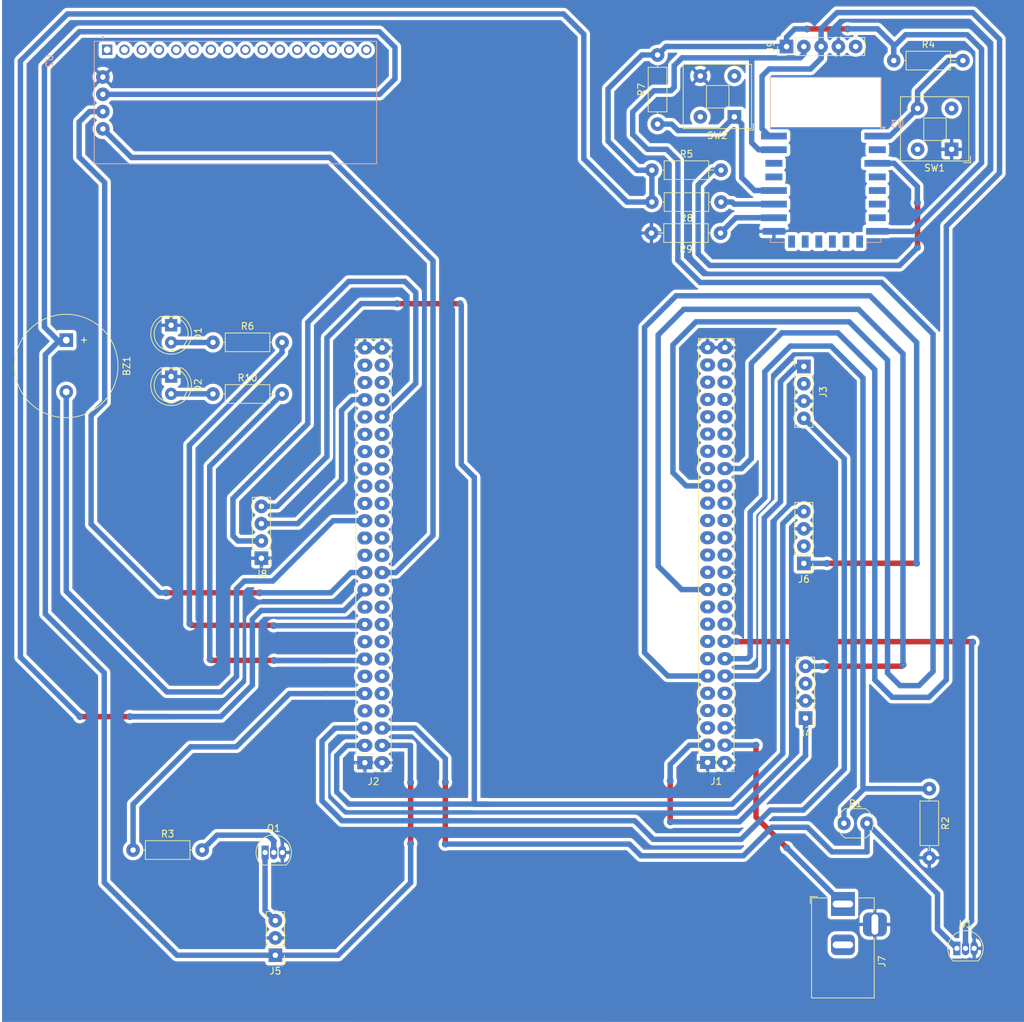
<source format=kicad_pcb>
(kicad_pcb (version 20240108) (generator "pcbnew") (generator_version "8.0")
  (layers (0 "F.Cu" signal) (31 "B.Cu" signal) (34 "B.Paste" user) (35 "F.Paste" user) (36 "B.SilkS" user "B.Silkscreen") (37 "F.SilkS" user "F.Silkscreen") (38 "B.Mask" user) (39 "F.Mask" user) (44 "Edge.Cuts" user))
  (net 0 "")
  (net 1 "Buzz_in")
  (net 2 "Power_N")
  (net 3 "Net-(D1-A)")
  (net 4 "Net-(D2-A)")
  (net 5 "temp_out")
  (net 6 "Vib_A0")
  (net 7 "Rain_A0")
  (net 8 "Vib_vcc")
  (net 9 "Power_P")
  (net 10 "Rain_3v")
  (net 11 "Temp_3V")
  (net 12 "GPS_5v")
  (net 13 "led_1")
  (net 14 "lcd_SCL")
  (net 15 "lcd_SDA")
  (net 17 "MQ3_A0")
  (net 18 "Re_STT")
  (net 20 "led_2")
  (net 22 "GPS_Rx")
  (net 25 "GPS_Tx")
  (net 26 "ldr_vout")
  (net 27 "esp_tx")
  (net 30 "Relay_in")
  (net 44 "esp_rx")
  (net 45 "Relay_vcc")
  (net 66 "Net-(Q1-B)")
  (net 72 "Net-(SW1-A)")
  (net 87 "Net-(U3-EN)")
  (net 90 "Net-(U3-GPIO2)")
  (net 95 "Net-(U3-GPIO15)")
  (net 98 "esp_5v")
  (net 121 "Net-(U3-GPIO0)")
  (footprint "Resistor_THT:R_Axial_DIN0207_L6.3mm_D2.5mm_P10.16mm_Horizontal" (layer "F.Cu") (at 53.8 76.05)
    (property "Reference" "R6")
    (property "Value" "R")
  )
  (footprint "Connector_PinHeader_2.54mm:PinHeader_1x04_P2.54mm_Vertical" (layer "F.Cu") (at 140.639363 108.537654 180)
    (property "Reference" "J6")
    (property "Value" "MQ-3")
  )
  (footprint "Button_Switch_THT:SW_Push_2P1T_Toggle_CK_PVA1xxH4xxxxxxV2" (layer "F.Cu") (at 130.429363 42.907654 180)
    (property "Reference" "SW2")
    (property "Value" "SW_MEC_5E")
  )
  (footprint "Resistor_THT:R_Axial_DIN0207_L6.3mm_D2.5mm_P10.16mm_Horizontal" (layer "F.Cu") (at 42.059363 150.667654)
    (property "Reference" "R3")
    (property "Value" "R")
  )
  (footprint "Resistor_THT:R_Axial_DIN0207_L6.3mm_D2.5mm_P10.16mm_Horizontal" (layer "F.Cu") (at 118.309363 50.747654)
    (property "Reference" "R5")
    (property "Value" "R")
  )
  (footprint "Connector_PinSocket_2.54mm:PinSocket_2x25_P2.54mm_Vertical" (layer "F.Cu") (at 126.499363 137.787654 180)
    (property "Reference" "J1")
    (property "Value" "Conn_02x25_Odd_Even")
  )
  (footprint "Connector_PinSocket_2.54mm:PinSocket_2x25_P2.54mm_Vertical" (layer "F.Cu") (at 76.119363 137.827654 180)
    (property "Reference" "J2")
    (property "Value" "Conn_02x25_Odd_Even")
  )
  (footprint "LED_THT:LED_D5.0mm_Clear" (layer "F.Cu") (at 47.649363 73.53687 -90)
    (property "Reference" "D1")
    (property "Value" "LED")
  )
  (footprint "Resistor_THT:R_Axial_DIN0207_L6.3mm_D2.5mm_P10.16mm_Horizontal" (layer "F.Cu") (at 128.399363 59.987654 180)
    (property "Reference" "R9")
    (property "Value" "R")
  )
  (footprint "Connector_PinHeader_2.54mm:PinHeader_1x04_P2.54mm_Vertical" (layer "F.Cu") (at 60.919363 107.777654 180)
    (property "Reference" "J8")
    (property "Value" "GPS_modole")
  )
  (footprint "Buzzer_Beeper:Buzzer_15x7.5RM7.6" (layer "F.Cu") (at 32.239363 75.72687 -90)
    (property "Reference" "BZ1")
    (property "Value" "Buzzer")
  )
  (footprint "Connector_PinHeader_2.54mm:PinHeader_1x03_P2.54mm_Vertical" (layer "F.Cu") (at 62.969363 166.122654 180)
    (property "Reference" "J5")
    (property "Value" "relay module")
  )
  (footprint "Resistor_THT:R_Axial_DIN0207_L6.3mm_D2.5mm_P10.16mm_Horizontal" (layer "F.Cu") (at 119.139363 43.977654 90)
    (property "Reference" "R7")
    (property "Value" "R")
  )
  (footprint "Resistor_THT:R_Axial_DIN0207_L6.3mm_D2.5mm_P10.16mm_Horizontal" (layer "F.Cu") (at 128.469363 55.432654 180)
    (property "Reference" "R8")
    (property "Value" "R")
  )
  (footprint "Package_TO_SOT_THT:TO-92_Inline" (layer "F.Cu") (at 163.129363 165.117654)
    (property "Reference" "U1")
    (property "Value" "LM35-LP")
  )
  (footprint "Resistor_THT:R_Axial_DIN0207_L6.3mm_D2.5mm_P10.16mm_Horizontal" (layer "F.Cu") (at 53.8 83.64)
    (property "Reference" "R10")
    (property "Value" "R")
  )
  (footprint "Package_TO_SOT_THT:TO-92_Inline" (layer "F.Cu") (at 61.459363 151.027654)
    (property "Reference" "Q1")
    (property "Value" "BC547")
  )
  (footprint "Button_Switch_THT:SW_Push_2P1T_Toggle_CK_PVA1xxH4xxxxxxV2" (layer "F.Cu") (at 162.359363 47.677654 180)
    (property "Reference" "SW1")
    (property "Value" "SW_MEC_5E")
  )
  (footprint "Resistor_THT:R_Axial_DIN0207_L6.3mm_D2.5mm_P10.16mm_Horizontal" (layer "F.Cu") (at 159.079363 141.657654 -90)
    (property "Reference" "R2")
    (property "Value" "R")
  )
  (footprint "LED_THT:LED_D5.0mm_Clear" (layer "F.Cu") (at 47.649363 81.08187 -90)
    (property "Reference" "D2")
    (property "Value" "LED")
  )
  (footprint "Connector_BarrelJack:BarrelJack_Horizontal" (layer "F.Cu") (at 146.381863 158.597654 90)
    (property "Reference" "J7")
    (property "Value" "Barrel_Jack_Switch_Pin3Ring")
  )
  (footprint "OptoDevice:R_LDR_5.1x4.3mm_P3.4mm_Vertical" (layer "F.Cu") (at 146.529363 146.737654)
    (property "Reference" "R1")
    (property "Value" "LDR07")
  )
  (footprint "Connector_PinHeader_2.54mm:PinHeader_1x04_P2.54mm_Vertical" (layer "F.Cu") (at 140.889363 131.277654 180)
    (property "Reference" "J4")
    (property "Value" "Vibration_sensor")
  )
  (footprint "Connector_PinHeader_2.54mm:PinHeader_1x05_P2.54mm_Vertical" (layer "F.Cu") (at 138.099363 32.577654 90)
    (property "Reference" "J9")
    (property "Value" "Conn_01x05_Pin")
  )
  (footprint "Connector_PinHeader_2.54mm:PinHeader_1x04_P2.54mm_Vertical" (layer "F.Cu") (at 140.639363 79.597654)
    (property "Reference" "J3")
    (property "Value" "Rain_Sensor")
  )
  (footprint "Resistor_THT:R_Axial_DIN0207_L6.3mm_D2.5mm_P10.16mm_Horizontal" (layer "F.Cu") (at 153.859363 34.637654)
    (property "Reference" "R4")
    (property "Value" "R")
  )
  (footprint "RF_Module:ESP-12E" (layer "B.Cu") (at 143.839363 49.237654 180)
    (property "Reference" "U3")
    (property "Value" "ESP-12F")
  )
  (footprint "i2c_module:MODULE_CEG003400" (layer "B.Cu") (at 57.084363 40.807654 -90)
    (property "Reference" "U2")
    (property "Value" "CEG003400")
  )
  (gr_rect (start 22.899363 25.837654) (end 172.899363 175.837654) (stroke (width 0.2)) (fill none) (layer "B.Cu") (net 2))
  (segment (start 54.99 127.43) (end 57.26 125.16) (width 0.8) (layer "B.Cu") (net 1))
  (segment (start 57.26 112.29) (end 58.42 111.13) (width 0.8) (layer "B.Cu") (net 1))
  (segment (start 32.239363 112.629363) (end 47.04 127.43) (width 0.8) (layer "B.Cu") (net 1))
  (segment (start 57.26 125.16) (end 57.26 112.29) (width 0.8) (layer "B.Cu") (net 1))
  (segment (start 62.6 111.13) (end 71.462346 102.267654) (width 0.8) (layer "B.Cu") (net 1))
  (segment (start 47.04 127.43) (end 54.99 127.43) (width 0.8) (layer "B.Cu") (net 1))
  (segment (start 32.239363 83.32687) (end 32.239363 112.629363) (width 0.8) (layer "B.Cu") (net 1))
  (segment (start 71.462346 102.267654) (end 76.119363 102.267654) (width 0.8) (layer "B.Cu") (net 1))
  (segment (start 58.42 111.13) (end 62.6 111.13) (width 0.8) (layer "B.Cu") (net 1))
  (segment (start 53.77313 76.07687) (end 53.8 76.05) (width 0.8) (layer "B.Cu") (net 3))
  (segment (start 47.649363 76.07687) (end 53.77313 76.07687) (width 0.8) (layer "B.Cu") (net 3))
  (segment (start 53.78187 83.62187) (end 53.8 83.64) (width 0.8) (layer "B.Cu") (net 4))
  (segment (start 47.649363 83.62187) (end 53.78187 83.62187) (width 0.8) (layer "B.Cu") (net 4))
  (segment (start 165.45 120.12) (end 165.37 120.04) (width 0.8) (layer "F.Cu") (net 5))
  (segment (start 165.37 120.04) (end 130.752346 120.04) (width 0.8) (layer "F.Cu") (net 5))
  (segment (start 130.752346 120.04) (end 130.72 120.007654) (width 0.8) (layer "F.Cu") (net 5))
  (via (at 130.72 120.007654) (size 1) (drill 0.1) (layers "F.Cu" "B.Cu") (net 5))
  (via (at 165.45 120.12) (size 1) (drill 0.1) (layers "F.Cu" "B.Cu") (net 5))
  (segment (start 165.45 120.12) (end 165.29 120.28) (width 0.8) (layer "B.Cu") (net 5))
  (segment (start 164.399363 161.970637) (end 164.399363 165.117654) (width 0.8) (layer "B.Cu") (net 5))
  (segment (start 165.29 120.28) (end 165.29 161.08) (width 0.8) (layer "B.Cu") (net 5))
  (segment (start 130.72 120.007654) (end 129.039363 120.007654) (width 0.8) (layer "B.Cu") (net 5))
  (segment (start 165.29 161.08) (end 164.399363 161.970637) (width 0.8) (layer "B.Cu") (net 5))
  (segment (start 155.01 123.65) (end 143.44 123.65) (width 0.8) (layer "F.Cu") (net 6))
  (segment (start 143.44 123.65) (end 143.41 123.68) (width 0.8) (layer "F.Cu") (net 6))
  (segment (start 155.22 123.44) (end 155.01 123.65) (width 0.8) (layer "F.Cu") (net 6))
  (via (at 155.22 123.44) (size 1) (drill 0.1) (layers "F.Cu" "B.Cu") (net 6))
  (via (at 143.41 123.68) (size 1) (drill 0.1) (layers "F.Cu" "B.Cu") (net 6))
  (segment (start 148.68 71.2) (end 122.99 71.2) (width 0.8) (layer "B.Cu") (net 6))
  (segment (start 119.23 74.96) (end 119.23 108.93) (width 0.8) (layer "B.Cu") (net 6))
  (segment (start 119.23 108.93) (end 122.687654 112.387654) (width 0.8) (layer "B.Cu") (net 6))
  (segment (start 155.21 123.43) (end 155.21 77.73) (width 0.8) (layer "B.Cu") (net 6))
  (segment (start 155.21 77.73) (end 148.68 71.2) (width 0.8) (layer "B.Cu") (net 6))
  (segment (start 140.889363 123.657654) (end 143.352346 123.657654) (width 0.8) (layer "B.Cu") (net 6))
  (segment (start 155.22 123.44) (end 155.21 123.43) (width 0.8) (layer "B.Cu") (net 6))
  (segment (start 122.687654 112.387654) (end 126.499363 112.387654) (width 0.8) (layer "B.Cu") (net 6))
  (segment (start 122.99 71.2) (end 119.23 74.96) (width 0.8) (layer "B.Cu") (net 6))
  (segment (start 137.21 99.47) (end 134.82 101.86) (width 0.8) (layer "B.Cu") (net 7))
  (segment (start 134.82 101.86) (end 134.82 124.07) (width 0.8) (layer "B.Cu") (net 7))
  (segment (start 133.802346 125.087654) (end 129.039363 125.087654) (width 0.8) (layer "B.Cu") (net 7))
  (segment (start 140.639363 79.597654) (end 139.442346 79.597654) (width 0.8) (layer "B.Cu") (net 7))
  (segment (start 139.442346 79.597654) (end 137.21 81.83) (width 0.8) (layer "B.Cu") (net 7))
  (segment (start 134.82 124.07) (end 133.802346 125.087654) (width 0.8) (layer "B.Cu") (net 7))
  (segment (start 137.21 81.83) (end 137.21 99.47) (width 0.8) (layer "B.Cu") (net 7))
  (segment (start 121 146.49) (end 121.03 146.52) (width 0.8) (layer "F.Cu") (net 8))
  (segment (start 121 140.51) (end 121 146.49) (width 0.8) (layer "F.Cu") (net 8))
  (via (at 121.03 146.52) (size 1) (drill 0.1) (layers "F.Cu" "B.Cu") (net 8))
  (via (at 121 140.51) (size 1) (drill 0.1) (layers "F.Cu" "B.Cu") (net 8))
  (segment (start 140.889363 136.800637) (end 131.6 146.09) (width 0.8) (layer "B.Cu") (net 8))
  (segment (start 131.17 146.52) (end 121.03 146.52) (width 0.8) (layer "B.Cu") (net 8))
  (segment (start 121 138.1) (end 121.05 138.05) (width 0.8) (layer "B.Cu") (net 8))
  (segment (start 123.852346 135.247654) (end 126.499363 135.247654) (width 0.8) (layer "B.Cu") (net 8))
  (segment (start 140.889363 131.277654) (end 140.889363 136.800637) (width 0.8) (layer "B.Cu") (net 8))
  (segment (start 121.03 146.52) (end 121.05 146.52) (width 0.8) (layer "B.Cu") (net 8))
  (segment (start 121 140.51) (end 121 138.1) (width 0.8) (layer "B.Cu") (net 8))
  (segment (start 131.6 146.09) (end 131.17 146.52) (width 0.8) (layer "B.Cu") (net 8))
  (segment (start 121 138.1) (end 123.852346 135.247654) (width 0.8) (layer "B.Cu") (net 8))
  (segment (start 133.61 145.825792) (end 133.61 135.25) (width 0.8) (layer "F.Cu") (net 9))
  (segment (start 138.132104 150.347896) (end 133.61 145.825792) (width 0.8) (layer "F.Cu") (net 9))
  (via (at 138.132104 150.347896) (size 1) (drill 0.1) (layers "F.Cu" "B.Cu") (net 9))
  (via (at 133.61 135.25) (size 1) (drill 0.1) (layers "F.Cu" "B.Cu") (net 9))
  (segment (start 130.36 135.25) (end 130.357654 135.247654) (width 0.8) (layer "B.Cu") (net 9))
  (segment (start 130.357654 135.247654) (end 129.039363 135.247654) (width 0.8) (layer "B.Cu") (net 9))
  (segment (start 138.132104 150.347896) (end 138.132105 150.347896) (width 0.8) (layer "B.Cu") (net 9))
  (segment (start 133.61 135.25) (end 130.36 135.25) (width 0.8) (layer "B.Cu") (net 9))
  (segment (start 138.132105 150.347896) (end 146.381863 158.597654) (width 0.8) (layer "B.Cu") (net 9))
  (segment (start 69.83 143.43) (end 69.83 134.66) (width 0.8) (layer "B.Cu") (net 10))
  (segment (start 71.742346 132.747654) (end 76.119363 132.747654) (width 0.8) (layer "B.Cu") (net 10))
  (segment (start 140.57 144.79) (end 135.73 144.79) (width 0.8) (layer "B.Cu") (net 10))
  (segment (start 146.58 93.158291) (end 146.58 138.78) (width 0.8) (layer "B.Cu") (net 10))
  (segment (start 69.83 134.66) (end 71.742346 132.747654) (width 0.8) (layer "B.Cu") (net 10))
  (segment (start 140.639363 87.217654) (end 146.58 93.158291) (width 0.8) (layer "B.Cu") (net 10))
  (segment (start 118.51 149.09) (end 115.78 146.36) (width 0.8) (layer "B.Cu") (net 10))
  (segment (start 131.43 149.09) (end 118.51 149.09) (width 0.8) (layer "B.Cu") (net 10))
  (segment (start 115.78 146.36) (end 72.76 146.36) (width 0.8) (layer "B.Cu") (net 10))
  (segment (start 135.73 144.79) (end 131.43 149.09) (width 0.8) (layer "B.Cu") (net 10))
  (segment (start 72.76 146.36) (end 69.83 143.43) (width 0.8) (layer "B.Cu") (net 10))
  (segment (start 146.58 138.78) (end 140.57 144.79) (width 0.8) (layer "B.Cu") (net 10))
  (segment (start 87.95 149.79) (end 87.95 140.69) (width 0.8) (layer "F.Cu") (net 11))
  (via (at 87.95 140.69) (size 1) (drill 0.1) (layers "F.Cu" "B.Cu") (net 11))
  (via (at 87.95 149.79) (size 1) (drill 0.1) (layers "F.Cu" "B.Cu") (net 11))
  (segment (start 135.94 147.32) (end 141.16 147.32) (width 0.8) (layer "B.Cu") (net 11))
  (segment (start 141.16 147.32) (end 144.78 150.94) (width 0.8) (layer "B.Cu") (net 11))
  (segment (start 116.71 151.51) (end 131.75 151.51) (width 0.8) (layer "B.Cu") (net 11))
  (segment (start 149.929363 146.737654) (end 160.29 157.098291) (width 0.8) (layer "B.Cu") (net 11))
  (segment (start 149.929363 150.94) (end 149.929363 146.737654) (width 0.8) (layer "B.Cu") (net 11))
  (segment (start 131.75 151.51) (end 135.94 147.32) (width 0.8) (layer "B.Cu") (net 11))
  (segment (start 160.29 157.098291) (end 160.29 162.278291) (width 0.8) (layer "B.Cu") (net 11))
  (segment (start 83.477654 132.747654) (end 78.659363 132.747654) (width 0.8) (layer "B.Cu") (net 11))
  (segment (start 144.78 150.94) (end 149.929363 150.94) (width 0.8) (layer "B.Cu") (net 11))
  (segment (start 87.95 140.69) (end 87.95 137.22) (width 0.8) (layer "B.Cu") (net 11))
  (segment (start 87.95 137.22) (end 83.477654 132.747654) (width 0.8) (layer "B.Cu") (net 11))
  (segment (start 160.29 162.278291) (end 163.129363 165.117654) (width 0.8) (layer "B.Cu") (net 11))
  (segment (start 87.95 149.79) (end 114.99 149.79) (width 0.8) (layer "B.Cu") (net 11))
  (segment (start 114.99 149.79) (end 116.71 151.51) (width 0.8) (layer "B.Cu") (net 11))
  (segment (start 90.11 70.37) (end 80.87 70.37) (width 0.8) (layer "F.Cu") (net 12))
  (via (at 80.87 70.37) (size 1) (drill 0.1) (layers "F.Cu" "B.Cu") (net 12))
  (via (at 90.11 70.37) (size 1) (drill 0.1) (layers "F.Cu" "B.Cu") (net 12))
  (segment (start 73.75 143.91) (end 71.99 142.15) (width 0.8) (layer "B.Cu") (net 12))
  (segment (start 137.55 136.48) (end 130.1 143.93) (width 0.8) (layer "B.Cu") (net 12))
  (segment (start 137.55 102.69) (end 137.55 136.48) (width 0.8) (layer "B.Cu") (net 12))
  (segment (start 73.482346 135.287654) (end 76.119363 135.287654) (width 0.8) (layer "B.Cu") (net 12))
  (segment (start 92.21 95.9) (end 92.21 143.93) (width 0.8) (layer "B.Cu") (net 12))
  (segment (start 92.21 143.93) (end 94.2 143.93) (width 0.8) (layer "B.Cu") (net 12))
  (segment (start 71.99 136.78) (end 73.482346 135.287654) (width 0.8) (layer "B.Cu") (net 12))
  (segment (start 94.18 143.91) (end 73.75 143.91) (width 0.8) (layer "B.Cu") (net 12))
  (segment (start 80.87 70.37) (end 80.86 70.36) (width 0.8) (layer "B.Cu") (net 12))
  (segment (start 75.58 70.36) (end 70.55 75.39) (width 0.8) (layer "B.Cu") (net 12))
  (segment (start 70.55 92.84) (end 63.232346 100.157654) (width 0.8) (layer "B.Cu") (net 12))
  (segment (start 90.11 70.43) (end 90.29 70.61) (width 0.8) (layer "B.Cu") (net 12))
  (segment (start 80.86 70.36) (end 75.58 70.36) (width 0.8) (layer "B.Cu") (net 12))
  (segment (start 90.11 70.37) (end 90.11 70.43) (width 0.8) (layer "B.Cu") (net 12))
  (segment (start 94.2 143.93) (end 94.18 143.91) (width 0.8) (layer "B.Cu") (net 12))
  (segment (start 90.29 93.98) (end 92.21 95.9) (width 0.8) (layer "B.Cu") (net 12))
  (segment (start 71.99 142.15) (end 71.99 136.78) (width 0.8) (layer "B.Cu") (net 12))
  (segment (start 130.1 143.93) (end 94.2 143.93) (width 0.8) (layer "B.Cu") (net 12))
  (segment (start 140.639363 100.917654) (end 139.322346 100.917654) (width 0.8) (layer "B.Cu") (net 12))
  (segment (start 90.29 70.61) (end 90.29 93.98) (width 0.8) (layer "B.Cu") (net 12))
  (segment (start 139.322346 100.917654) (end 137.55 102.69) (width 0.8) (layer "B.Cu") (net 12))
  (segment (start 63.232346 100.157654) (end 60.919363 100.157654) (width 0.8) (layer "B.Cu") (net 12))
  (segment (start 70.55 75.39) (end 70.55 92.84) (width 0.8) (layer "B.Cu") (net 12))
  (segment (start 62.66 117.64) (end 50.64 117.64) (width 0.8) (layer "F.Cu") (net 13))
  (segment (start 62.71 117.69) (end 62.66 117.64) (width 0.8) (layer "F.Cu") (net 13))
  (segment (start 50.64 117.64) (end 50.41 117.41) (width 0.8) (layer "F.Cu") (net 13))
  (via (at 50.41 117.41) (size 1) (drill 0.1) (layers "F.Cu" "B.Cu") (net 13))
  (via (at 62.71 117.69) (size 1) (drill 0.1) (layers "F.Cu" "B.Cu") (net 13))
  (segment (start 50.33 117.33) (end 50.33 91.18) (width 0.8) (layer "B.Cu") (net 13))
  (segment (start 63.96 77.55) (end 63.96 76.05) (width 0.8) (layer "B.Cu") (net 13))
  (segment (start 50.33 91.18) (end 63.96 77.55) (width 0.8) (layer "B.Cu") (net 13))
  (segment (start 62.71 117.69) (end 75.937017 117.69) (width 0.8) (layer "B.Cu") (net 13))
  (segment (start 75.937017 117.69) (end 76.119363 117.507654) (width 0.8) (layer "B.Cu") (net 13))
  (segment (start 50.41 117.41) (end 50.33 117.33) (width 0.8) (layer "B.Cu") (net 13))
  (segment (start 80.682346 109.887654) (end 78.659363 109.887654) (width 0.8) (layer "B.Cu") (net 14))
  (segment (start 41.821709 48.88) (end 70.96 48.88) (width 0.8) (layer "B.Cu") (net 14))
  (segment (start 86.14 64.06) (end 86.14 104.43) (width 0.8) (layer "B.Cu") (net 14))
  (segment (start 70.96 48.88) (end 86.14 64.06) (width 0.8) (layer "B.Cu") (net 14))
  (segment (start 37.619363 44.677654) (end 41.821709 48.88) (width 0.8) (layer "B.Cu") (net 14))
  (segment (start 86.14 104.43) (end 80.682346 109.887654) (width 0.8) (layer "B.Cu") (net 14))
  (segment (start 60.66 112.86) (end 46.92 112.86) (width 0.8) (layer "F.Cu") (net 15))
  (via (at 46.92 112.86) (size 1) (drill 0.1) (layers "F.Cu" "B.Cu") (net 15))
  (via (at 60.66 112.86) (size 1) (drill 0.1) (layers "F.Cu" "B.Cu") (net 15))
  (segment (start 34.13 43.68) (end 35.672346 42.137654) (width 0.8) (layer "B.Cu") (net 15))
  (segment (start 45.97 112.86) (end 35.89 102.78) (width 0.8) (layer "B.Cu") (net 15))
  (segment (start 35.89 86.82) (end 37.89 84.82) (width 0.8) (layer "B.Cu") (net 15))
  (segment (start 74.082346 109.887654) (end 76.119363 109.887654) (width 0.8) (layer "B.Cu") (net 15))
  (segment (start 37.89 84.82) (end 37.89 52.57) (width 0.8) (layer "B.Cu") (net 15))
  (segment (start 35.672346 42.137654) (end 37.619363 42.137654) (width 0.8) (layer "B.Cu") (net 15))
  (segment (start 34.13 48.81) (end 34.13 43.68) (width 0.8) (layer "B.Cu") (net 15))
  (segment (start 35.89 102.78) (end 35.89 86.82) (width 0.8) (layer "B.Cu") (net 15))
  (segment (start 37.89 52.57) (end 34.13 48.81) (width 0.8) (layer "B.Cu") (net 15))
  (segment (start 71.11 112.86) (end 74.082346 109.887654) (width 0.8) (layer "B.Cu") (net 15))
  (segment (start 46.92 112.86) (end 45.97 112.86) (width 0.8) (layer "B.Cu") (net 15))
  (segment (start 60.66 112.86) (end 71.11 112.86) (width 0.8) (layer "B.Cu") (net 15))
  (segment (start 144.037654 108.52) (end 144.02 108.537654) (width 0.8) (layer "F.Cu") (net 17))
  (segment (start 157.21 108.52) (end 144.037654 108.52) (width 0.8) (layer "F.Cu") (net 17))
  (via (at 157.21 108.52) (size 1) (drill 0.1) (layers "F.Cu" "B.Cu") (net 17))
  (via (at 144.02 108.537654) (size 1) (drill 0.1) (layers "F.Cu" "B.Cu") (net 17))
  (segment (start 157.22 76.06) (end 150.37 69.21) (width 0.8) (layer "B.Cu") (net 17))
  (segment (start 120.657654 125.087654) (end 126.499363 125.087654) (width 0.8) (layer "B.Cu") (net 17))
  (segment (start 121.86 69.21) (end 117.23 73.84) (width 0.8) (layer "B.Cu") (net 17))
  (segment (start 140.639363 108.537654) (end 144.02 108.537654) (width 0.8) (layer "B.Cu") (net 17))
  (segment (start 157.21 108.52) (end 157.22 108.51) (width 0.8) (layer "B.Cu") (net 17))
  (segment (start 157.22 108.51) (end 157.22 76.06) (width 0.8) (layer "B.Cu") (net 17))
  (segment (start 150.37 69.21) (end 121.86 69.21) (width 0.8) (layer "B.Cu") (net 17))
  (segment (start 117.23 121.66) (end 120.657654 125.087654) (width 0.8) (layer "B.Cu") (net 17))
  (segment (start 117.23 73.84) (end 117.23 121.66) (width 0.8) (layer "B.Cu") (net 17))
  (segment (start 57.227018 135.5) (end 65.047018 127.68) (width 0.8) (layer "B.Cu") (net 18))
  (segment (start 65.047018 127.68) (end 70.49 127.68) (width 0.8) (layer "B.Cu") (net 18))
  (segment (start 42.059363 150.667654) (end 42.059363 143.950637) (width 0.8) (layer "B.Cu") (net 18))
  (segment (start 50.51 135.5) (end 57.227018 135.5) (width 0.8) (layer "B.Cu") (net 18))
  (segment (start 70.514692 127.68) (end 70.502346 127.667654) (width 0.8) (layer "B.Cu") (net 18))
  (segment (start 76.107017 127.68) (end 70.514692 127.68) (width 0.8) (layer "B.Cu") (net 18))
  (segment (start 76.119363 127.667654) (end 76.107017 127.68) (width 0.8) (layer "B.Cu") (net 18))
  (segment (start 70.49 127.68) (end 70.5 127.67) (width 0.8) (layer "B.Cu") (net 18))
  (segment (start 42.059363 143.950637) (end 50.51 135.5) (width 0.8) (layer "B.Cu") (net 18))
  (segment (start 53.53 122.79) (end 62.77 122.79) (width 0.8) (layer "F.Cu") (net 20))
  (segment (start 53.39 122.65) (end 53.53 122.79) (width 0.8) (layer "F.Cu") (net 20))
  (via (at 62.77 122.79) (size 1) (drill 0.1) (layers "F.Cu" "B.Cu") (net 20))
  (via (at 53.39 122.65) (size 1) (drill 0.1) (layers "F.Cu" "B.Cu") (net 20))
  (segment (start 75.897017 122.81) (end 76.119363 122.587654) (width 0.8) (layer "B.Cu") (net 20))
  (segment (start 62.77 122.79) (end 62.79 122.81) (width 0.8) (layer "B.Cu") (net 20))
  (segment (start 53.33 122.59) (end 53.33 94.27) (width 0.8) (layer "B.Cu") (net 20))
  (segment (start 53.39 122.65) (end 53.33 122.59) (width 0.8) (layer "B.Cu") (net 20))
  (segment (start 53.33 94.27) (end 63.96 83.64) (width 0.8) (layer "B.Cu") (net 20))
  (segment (start 62.79 122.81) (end 75.897017 122.81) (width 0.8) (layer "B.Cu") (net 20))
  (segment (start 70.42 122.81) (end 62.79 122.81) (width 0.8) (layer "B.Cu") (net 20))
  (segment (start 74.282346 84.487654) (end 76.119363 84.487654) (width 0.8) (layer "B.Cu") (net 22))
  (segment (start 66.252346 102.697654) (end 72.7 96.25) (width 0.8) (layer "B.Cu") (net 22))
  (segment (start 72.7 96.25) (end 72.7 86.07) (width 0.8) (layer "B.Cu") (net 22))
  (segment (start 72.7 86.07) (end 74.282346 84.487654) (width 0.8) (layer "B.Cu") (net 22))
  (segment (start 60.919363 102.697654) (end 66.252346 102.697654) (width 0.8) (layer "B.Cu") (net 22))
  (segment (start 82 67.1) (end 83.61 68.71) (width 0.8) (layer "B.Cu") (net 25))
  (segment (start 73.76 67.1) (end 82 67.1) (width 0.8) (layer "B.Cu") (net 25))
  (segment (start 67.74 73.12) (end 73.76 67.1) (width 0.8) (layer "B.Cu") (net 25))
  (segment (start 56.74 104.5) (end 56.74 99.01) (width 0.8) (layer "B.Cu") (net 25))
  (segment (start 56.74 99.01) (end 67.74 88.01) (width 0.8) (layer "B.Cu") (net 25))
  (segment (start 83.61 82.077017) (end 78.659363 87.027654) (width 0.8) (layer "B.Cu") (net 25))
  (segment (start 57.477654 105.237654) (end 56.74 104.5) (width 0.8) (layer "B.Cu") (net 25))
  (segment (start 60.919363 105.237654) (end 57.477654 105.237654) (width 0.8) (layer "B.Cu") (net 25))
  (segment (start 83.61 68.71) (end 83.61 82.077017) (width 0.8) (layer "B.Cu") (net 25))
  (segment (start 67.74 88.01) (end 67.74 73.12) (width 0.8) (layer "B.Cu") (net 25))
  (segment (start 146.529363 144.610637) (end 149.482346 141.657654) (width 0.8) (layer "B.Cu") (net 26))
  (segment (start 154.032346 141.657654) (end 149.33 141.657654) (width 0.8) (layer "B.Cu") (net 26))
  (segment (start 149.33 141.657654) (end 149.33 81.3) (width 0.8) (layer "B.Cu") (net 26))
  (segment (start 132.352346 122.547654) (end 129.039363 122.547654) (width 0.8) (layer "B.Cu") (net 26))
  (segment (start 138.66 76.6) (end 134.91 80.35) (width 0.8) (layer "B.Cu") (net 26))
  (segment (start 134.91 80.35) (end 134.91 98.87) (width 0.8) (layer "B.Cu") (net 26))
  (segment (start 154.032346 141.657654) (end 159.079363 141.657654) (width 0.8) (layer "B.Cu") (net 26))
  (segment (start 132.75 122.15) (end 132.352346 122.547654) (width 0.8) (layer "B.Cu") (net 26))
  (segment (start 132.75 101.03) (end 132.75 122.15) (width 0.8) (layer "B.Cu") (net 26))
  (segment (start 149.33 81.3) (end 144.63 76.6) (width 0.8) (layer "B.Cu") (net 26))
  (segment (start 144.63 76.6) (end 138.66 76.6) (width 0.8) (layer "B.Cu") (net 26))
  (segment (start 134.91 98.87) (end 132.75 101.03) (width 0.8) (layer "B.Cu") (net 26))
  (segment (start 149.482346 141.657654) (end 154.032346 141.657654) (width 0.8) (layer "B.Cu") (net 26))
  (segment (start 146.529363 146.737654) (end 146.529363 144.610637) (width 0.8) (layer "B.Cu") (net 26))
  (segment (start 129.039363 94.607654) (end 131.452346 94.607654) (width 0.8) (layer "B.Cu") (net 27))
  (segment (start 165.46 27.59) (end 145.52 27.59) (width 0.8) (layer "B.Cu") (net 27))
  (segment (start 141.619363 35.877654) (end 135.549363 35.877654) (width 0.8) (layer "B.Cu") (net 27))
  (segment (start 161.58 58.98) (end 169.4 51.16) (width 0.8) (layer "B.Cu") (net 27))
  (segment (start 143.179363 32.577654) (end 143.179363 34.317654) (width 0.8) (layer "B.Cu") (net 27))
  (segment (start 135.549363 35.877654) (end 134.499363 36.927654) (width 0.8) (layer "B.Cu") (net 27))
  (segment (start 132.92 79.145786) (end 137.405786 74.66) (width 0.8) (layer "B.Cu") (net 27))
  (segment (start 151.07 80.09) (end 151.07 125.66) (width 0.8) (layer "B.Cu") (net 27))
  (segment (start 132.92 93.14) (end 132.92 79.145786) (width 0.8) (layer "B.Cu") (net 27))
  (segment (start 151.07 125.66) (end 153.63 128.22) (width 0.8) (layer "B.Cu") (net 27))
  (segment (start 134.499363 36.927654) (end 134.499363 44.657654) (width 0.8) (layer "B.Cu") (net 27))
  (segment (start 161.58 125.66) (end 161.58 58.98) (width 0.8) (layer "B.Cu") (net 27))
  (segment (start 143.179363 29.930637) (end 143.179363 32.577654) (width 0.8) (layer "B.Cu") (net 27))
  (segment (start 159.02 128.22) (end 161.58 125.66) (width 0.8) (layer "B.Cu") (net 27))
  (segment (start 143.179363 32.577654) (end 143.179363 34.139363) (width 0.8) (layer "B.Cu") (net 27))
  (segment (start 131.452346 94.607654) (end 132.92 93.14) (width 0.8) (layer "B.Cu") (net 27))
  (segment (start 135.579363 45.737654) (end 136.239363 45.737654) (width 0.8) (layer "B.Cu") (net 27))
  (segment (start 153.63 128.22) (end 159.02 128.22) (width 0.8) (layer "B.Cu") (net 27))
  (segment (start 134.499363 44.657654) (end 135.579363 45.737654) (width 0.8) (layer "B.Cu") (net 27))
  (segment (start 169.4 31.53) (end 165.46 27.59) (width 0.8) (layer "B.Cu") (net 27))
  (segment (start 169.4 51.16) (end 169.4 31.53) (width 0.8) (layer "B.Cu") (net 27))
  (segment (start 145.64 74.66) (end 151.07 80.09) (width 0.8) (layer "B.Cu") (net 27))
  (segment (start 137.405786 74.66) (end 145.64 74.66) (width 0.8) (layer "B.Cu") (net 27))
  (segment (start 143.179363 34.317654) (end 141.619363 35.877654) (width 0.8) (layer "B.Cu") (net 27))
  (segment (start 145.52 27.59) (end 143.179363 29.930637) (width 0.8) (layer "B.Cu") (net 27))
  (segment (start 61.459363 159.532654) (end 62.969363 161.042654) (width 0.8) (layer "B.Cu") (net 30))
  (segment (start 61.459363 151.027654) (end 61.459363 159.532654) (width 0.8) (layer "B.Cu") (net 30))
  (segment (start 122.13 63.98) (end 122.13 49.33) (width 0.8) (layer "B.Cu") (net 44))
  (segment (start 152.94 78.66) (end 152.94 124.66) (width 0.8) (layer "B.Cu") (net 44))
  (segment (start 159.63 124.42) (end 159.63 74.84) (width 0.8) (layer "B.Cu") (net 44))
  (segment (start 132.97 34.24) (end 140.11 34.24) (width 0.8) (layer "B.Cu") (net 44))
  (segment (start 157.55 126.5) (end 159.63 124.42) (width 0.8) (layer "B.Cu") (net 44))
  (segment (start 159.63 74.84) (end 152.04 67.25) (width 0.8) (layer "B.Cu") (net 44))
  (segment (start 122.13 49.33) (end 120.48 47.68) (width 0.8) (layer "B.Cu") (net 44))
  (segment (start 121.58 35.4) (end 122.74 34.24) (width 0.8) (layer "B.Cu") (net 44))
  (segment (start 133.999363 47.737654) (end 132.979363 46.717654) (width 0.8) (layer "B.Cu") (net 44))
  (segment (start 154.78 126.5) (end 157.55 126.5) (width 0.8) (layer "B.Cu") (net 44))
  (segment (start 125.4 67.25) (end 122.13 63.98) (width 0.8) (layer "B.Cu") (net 44))
  (segment (start 121.090637 39.077654) (end 121.58 38.588291) (width 0.8) (layer "B.Cu") (net 44))
  (segment (start 152.04 67.25) (end 125.4 67.25) (width 0.8) (layer "B.Cu") (net 44))
  (segment (start 147.32 73.04) (end 152.94 78.66) (width 0.8) (layer "B.Cu") (net 44))
  (segment (start 123.347654 97.147654) (end 121.4 95.2) (width 0.8) (layer "B.Cu") (net 44))
  (segment (start 115.49 42.19) (end 118.602346 39.077654) (width 0.8) (layer "B.Cu") (net 44))
  (segment (start 120.48 47.68) (end 117.66 47.68) (width 0.8) (layer "B.Cu") (net 44))
  (segment (start 124.78 73.04) (end 147.32 73.04) (width 0.8) (layer "B.Cu") (net 44))
  (segment (start 132.979363 34.249363) (end 132.97 34.24) (width 0.8) (layer "B.Cu") (net 44))
  (segment (start 140.11 34.24) (end 140.639363 33.710637) (width 0.8) (layer "B.Cu") (net 44))
  (segment (start 121.58 38.588291) (end 121.58 35.4) (width 0.8) (layer "B.Cu") (net 44))
  (segment (start 121.4 76.42) (end 124.78 73.04) (width 0.8) (layer "B.Cu") (net 44))
  (segment (start 132.979363 46.717654) (end 132.979363 34.249363) (width 0.8) (layer "B.Cu") (net 44))
  (segment (start 121.4 95.2) (end 121.4 76.42) (width 0.8) (layer "B.Cu") (net 44))
  (segment (start 136.239363 47.737654) (end 133.999363 47.737654) (width 0.8) (layer "B.Cu") (net 44))
  (segment (start 140.639363 33.710637) (end 140.639363 32.577654) (width 0.8) (layer "B.Cu") (net 44))
  (segment (start 118.602346 39.077654) (end 121.090637 39.077654) (width 0.8) (layer "B.Cu") (net 44))
  (segment (start 152.94 124.66) (end 154.78 126.5) (width 0.8) (layer "B.Cu") (net 44))
  (segment (start 117.66 47.68) (end 115.49 45.51) (width 0.8) (layer "B.Cu") (net 44))
  (segment (start 126.499363 97.147654) (end 123.347654 97.147654) (width 0.8) (layer "B.Cu") (net 44))
  (segment (start 122.74 34.24) (end 132.97 34.24) (width 0.8) (layer "B.Cu") (net 44))
  (segment (start 115.49 45.51) (end 115.49 42.19) (width 0.8) (layer "B.Cu") (net 44))
  (segment (start 82.85 140.74) (end 82.85 149.71) (width 0.8) (layer "F.Cu") (net 45))
  (via (at 82.85 149.71) (size 1) (drill 0.1) (layers "F.Cu" "B.Cu") (net 45))
  (via (at 82.85 140.74) (size 1) (drill 0.1) (layers "F.Cu" "B.Cu") (net 45))
  (segment (start 29.16 77.86) (end 29.16 115.96) (width 0.8) (layer "B.Cu") (net 45))
  (segment (start 72.207346 166.122654) (end 62.969363 166.122654) (width 0.8) (layer "B.Cu") (net 45))
  (segment (start 78.25 30.4) (end 80.55 32.7) (width 0.8) (layer "B.Cu") (net 45))
  (segment (start 80.55 37.32) (end 78.272346 39.597654) (width 0.8) (layer "B.Cu") (net 45))
  (segment (start 31.29313 75.72687) (end 29.16 77.86) (width 0.8) (layer "B.Cu") (net 45))
  (segment (start 78.272346 39.597654) (end 37.619363 39.597654) (width 0.8) (layer "B.Cu") (net 45))
  (segment (start 29.03 35.53) (end 34.16 30.4) (width 0.8) (layer "B.Cu") (net 45))
  (segment (start 34.16 30.4) (end 78.25 30.4) (width 0.8) (layer "B.Cu") (net 45))
  (segment (start 29.16 115.96) (end 37.82 124.62) (width 0.8) (layer "B.Cu") (net 45))
  (segment (start 48.492654 166.122654) (end 62.969363 166.122654) (width 0.8) (layer "B.Cu") (net 45))
  (segment (start 82.85 140.74) (end 82.82 140.71) (width 0.8) (layer "B.Cu") (net 45))
  (segment (start 37.82 155.45) (end 48.492654 166.122654) (width 0.8) (layer "B.Cu") (net 45))
  (segment (start 32.239363 75.72687) (end 31.29313 75.72687) (width 0.8) (layer "B.Cu") (net 45))
  (segment (start 30.95687 75.72687) (end 29.03 73.8) (width 0.8) (layer "B.Cu") (net 45))
  (segment (start 82.85 149.71) (end 82.85 155.48) (width 0.8) (layer "B.Cu") (net 45))
  (segment (start 80.55 32.7) (end 80.55 37.32) (width 0.8) (layer "B.Cu") (net 45))
  (segment (start 32.239363 75.72687) (end 30.95687 75.72687) (width 0.8) (layer "B.Cu") (net 45))
  (segment (start 37.82 124.62) (end 37.82 155.45) (width 0.8) (layer "B.Cu") (net 45))
  (segment (start 82.85 155.48) (end 72.207346 166.122654) (width 0.8) (layer "B.Cu") (net 45))
  (segment (start 82.82 140.71) (end 82.82 135.287654) (width 0.8) (layer "B.Cu") (net 45))
  (segment (start 29.03 73.8) (end 29.03 35.53) (width 0.8) (layer "B.Cu") (net 45))
  (segment (start 82.82 135.287654) (end 78.659363 135.287654) (width 0.8) (layer "B.Cu") (net 45))
  (segment (start 62.729363 149.430637) (end 62.729363 151.027654) (width 0.8) (layer "B.Cu") (net 66))
  (segment (start 52.219363 150.667654) (end 54.407017 148.48) (width 0.8) (layer "B.Cu") (net 66))
  (segment (start 61.9 148.48) (end 62.79 149.37) (width 0.8) (layer "B.Cu") (net 66))
  (segment (start 54.407017 148.48) (end 61.9 148.48) (width 0.8) (layer "B.Cu") (net 66))
  (segment (start 62.79 149.37) (end 62.729363 149.430637) (width 0.8) (layer "B.Cu") (net 66))
  (segment (start 157.359363 41.677654) (end 157.359363 39.180637) (width 0.8) (layer "B.Cu") (net 72))
  (segment (start 153.299363 45.737654) (end 157.359363 41.677654) (width 0.8) (layer "B.Cu") (net 72))
  (segment (start 151.439363 45.737654) (end 153.299363 45.737654) (width 0.8) (layer "B.Cu") (net 72))
  (segment (start 157.359363 39.180637) (end 161.902346 34.637654) (width 0.8) (layer "B.Cu") (net 72))
  (segment (start 161.902346 34.637654) (end 164.019363 34.637654) (width 0.8) (layer "B.Cu") (net 72))
  (segment (start 157.35 62.107017) (end 157.319363 62.137654) (width 0.8) (layer "F.Cu") (net 87))
  (segment (start 157.35 55.558291) (end 157.35 62.107017) (width 0.8) (layer "F.Cu") (net 87))
  (segment (start 157.319363 55.527654) (end 157.35 55.558291) (width 0.8) (layer "F.Cu") (net 87))
  (via (at 157.319363 55.527654) (size 1) (drill 0.1) (layers "F.Cu" "B.Cu") (net 87))
  (via (at 157.319363 62.137654) (size 1) (drill 0.1) (layers "F.Cu" "B.Cu") (net 87))
  (segment (start 154.709363 64.747654) (end 157.319363 62.137654) (width 0.8) (layer "B.Cu") (net 87))
  (segment (start 157.309363 62.127654) (end 157.309363 62.107654) (width 0.8) (layer "B.Cu") (net 87))
  (segment (start 151.439363 49.737654) (end 153.909363 49.737654) (width 0.8) (layer "B.Cu") (net 87))
  (segment (start 126.807654 64.747654) (end 154.709363 64.747654) (width 0.8) (layer "B.Cu") (net 87))
  (segment (start 125.109363 52.917654) (end 125.109363 63.049363) (width 0.8) (layer "B.Cu") (net 87))
  (segment (start 157.309363 62.107654) (end 157.319363 62.097654) (width 0.8) (layer "B.Cu") (net 87))
  (segment (start 153.909363 49.737654) (end 157.319363 53.147654) (width 0.8) (layer "B.Cu") (net 87))
  (segment (start 157.319363 62.137654) (end 157.309363 62.127654) (width 0.8) (layer "B.Cu") (net 87))
  (segment (start 125.109363 63.049363) (end 126.807654 64.747654) (width 0.8) (layer "B.Cu") (net 87))
  (segment (start 128.469363 50.747654) (end 127.279363 50.747654) (width 0.8) (layer "B.Cu") (net 87))
  (segment (start 157.319363 53.147654) (end 157.319363 55.527654) (width 0.8) (layer "B.Cu") (net 87))
  (segment (start 127.279363 50.747654) (end 125.109363 52.917654) (width 0.8) (layer "B.Cu") (net 87))
  (segment (start 130.399363 55.737654) (end 136.239363 55.737654) (width 0.8) (layer "B.Cu") (net 90))
  (segment (start 130.094363 55.432654) (end 130.399363 55.737654) (width 0.8) (layer "B.Cu") (net 90))
  (segment (start 128.469363 55.432654) (end 130.094363 55.432654) (width 0.8) (layer "B.Cu") (net 90))
  (segment (start 128.399363 59.987654) (end 130.649363 57.737654) (width 0.8) (layer "B.Cu") (net 95))
  (segment (start 130.649363 57.737654) (end 136.239363 57.737654) (width 0.8) (layer "B.Cu") (net 95))
  (segment (start 41.59 131.06) (end 34.25 131.06) (width 0.8) (layer "F.Cu") (net 98))
  (segment (start 147.089011 29.99) (end 141.12 29.99) (width 0.8) (layer "F.Cu") (net 98))
  (segment (start 34.25 131.06) (end 34.23 131.04) (width 0.8) (layer "F.Cu") (net 98))
  (segment (start 147.09 29.989011) (end 147.089011 29.99) (width 0.8) (layer "F.Cu") (net 98))
  (via (at 34.23 131.04) (size 1) (drill 0.1) (layers "F.Cu" "B.Cu") (net 98))
  (via (at 141.12 29.99) (size 1) (drill 0.1) (layers "F.Cu" "B.Cu") (net 98))
  (via (at 41.59 131.06) (size 1) (drill 0.1) (layers "F.Cu" "B.Cu") (net 98))
  (via (at 147.09 29.989011) (size 1) (drill 0.1) (layers "F.Cu" "B.Cu") (net 98))
  (segment (start 118.309363 50.747654) (end 118.309363 55.432654) (width 0.8) (layer "B.Cu") (net 98))
  (segment (start 59.59 126.43) (end 59.59 116.75) (width 0.8) (layer "B.Cu") (net 98))
  (segment (start 153.859363 32.587654) (end 155.599363 30.847654) (width 0.8) (layer "B.Cu") (net 98))
  (segment (start 47.35 131.06) (end 41.59 131.06) (width 0.8) (layer "B.Cu") (net 98))
  (segment (start 108.31 30.78) (end 108.31 49.09) (width 0.8) (layer "B.Cu") (net 98))
  (segment (start 111.87 38.8) (end 111.87 46.5) (width 0.8) (layer "B.Cu") (net 98))
  (segment (start 120.779363 32.567654) (end 120.789363 32.577654) (width 0.8) (layer "B.Cu") (net 98))
  (segment (start 114.652654 55.432654) (end 118.309363 55.432654) (width 0.8) (layer "B.Cu") (net 98))
  (segment (start 166.749363 32.947654) (end 166.749363 49.677654) (width 0.8) (layer "B.Cu") (net 98))
  (segment (start 119.139363 33.817654) (end 116.852346 33.817654) (width 0.8) (layer "B.Cu") (net 98))
  (segment (start 25.5 34.71) (end 32.42 27.79) (width 0.8) (layer "B.Cu") (net 98))
  (segment (start 25.5 122.31) (end 25.5 34.71) (width 0.8) (layer "B.Cu") (net 98))
  (segment (start 41.59 131.06) (end 54.96 131.06) (width 0.8) (layer "B.Cu") (net 98))
  (segment (start 73.087017 115.46) (end 76.119363 112.427654) (width 0.8) (layer "B.Cu") (net 98))
  (segment (start 119.139363 33.817654) (end 120.389363 32.567654) (width 0.8) (layer "B.Cu") (net 98))
  (segment (start 59.59 116.75) (end 60.88 115.46) (width 0.8) (layer "B.Cu") (net 98))
  (segment (start 147.099011 29.98) (end 151.461709 29.98) (width 0.8) (layer "B.Cu") (net 98))
  (segment (start 153.859363 32.377654) (end 153.859363 34.637654) (width 0.8) (layer "B.Cu") (net 98))
  (segment (start 156.689363 59.737654) (end 151.439363 59.737654) (width 0.8) (layer "B.Cu") (net 98))
  (segment (start 105.32 27.79) (end 108.31 30.78) (width 0.8) (layer "B.Cu") (net 98))
  (segment (start 138.099363 32.577654) (end 138.099363 31.190637) (width 0.8) (layer "B.Cu") (net 98))
  (segment (start 138.099363 31.190637) (end 139.3 29.99) (width 0.8) (layer "B.Cu") (net 98))
  (segment (start 116.852346 33.817654) (end 111.87 38.8) (width 0.8) (layer "B.Cu") (net 98))
  (segment (start 32.42 27.79) (end 105.32 27.79) (width 0.8) (layer "B.Cu") (net 98))
  (segment (start 60.88 115.46) (end 73.087017 115.46) (width 0.8) (layer "B.Cu") (net 98))
  (segment (start 164.649363 30.847654) (end 166.749363 32.947654) (width 0.8) (layer "B.Cu") (net 98))
  (segment (start 147.09 29.989011) (end 147.099011 29.98) (width 0.8) (layer "B.Cu") (net 98))
  (segment (start 119.139363 33.817654) (end 119.279363 33.817654) (width 0.8) (layer "B.Cu") (net 98))
  (segment (start 108.31 49.09) (end 114.652654 55.432654) (width 0.8) (layer "B.Cu") (net 98))
  (segment (start 120.389363 32.567654) (end 120.779363 32.567654) (width 0.8) (layer "B.Cu") (net 98))
  (segment (start 155.599363 30.847654) (end 164.649363 30.847654) (width 0.8) (layer "B.Cu") (net 98))
  (segment (start 151.461709 29.98) (end 153.859363 32.377654) (width 0.8) (layer "B.Cu") (net 98))
  (segment (start 54.96 131.06) (end 59.59 126.43) (width 0.8) (layer "B.Cu") (net 98))
  (segment (start 120.789363 32.577654) (end 138.099363 32.577654) (width 0.8) (layer "B.Cu") (net 98))
  (segment (start 166.749363 49.677654) (end 156.689363 59.737654) (width 0.8) (layer "B.Cu") (net 98))
  (segment (start 153.859363 34.637654) (end 153.859363 32.587654) (width 0.8) (layer "B.Cu") (net 98))
  (segment (start 139.3 29.99) (end 141.12 29.99) (width 0.8) (layer "B.Cu") (net 98))
  (segment (start 34.23 131.04) (end 25.5 122.31) (width 0.8) (layer "B.Cu") (net 98))
  (segment (start 116.117654 50.747654) (end 118.309363 50.747654) (width 0.8) (layer "B.Cu") (net 98))
  (segment (start 111.87 46.5) (end 116.117654 50.747654) (width 0.8) (layer "B.Cu") (net 98))
  (segment (start 121.197654 43.977654) (end 122.14 44.92) (width 0.8) (layer "B.Cu") (net 121))
  (segment (start 119.139363 43.977654) (end 121.197654 43.977654) (width 0.8) (layer "B.Cu") (net 121))
  (segment (start 133.407654 53.737654) (end 131.51 51.84) (width 0.8) (layer "B.Cu") (net 121))
  (segment (start 131.51 51.84) (end 131.51 43.988291) (width 0.8) (layer "B.Cu") (net 121))
  (segment (start 131.51 43.988291) (end 130.429363 42.907654) (width 0.8) (layer "B.Cu") (net 121))
  (segment (start 128.417017 44.92) (end 130.429363 42.907654) (width 0.8) (layer "B.Cu") (net 121))
  (segment (start 136.239363 53.737654) (end 133.407654 53.737654) (width 0.8) (layer "B.Cu") (net 121))
  (segment (start 122.14 44.92) (end 128.417017 44.92) (width 0.8) (layer "B.Cu") (net 121))
  (zone (net 2) (net_name "Power_N") (layer "B.Cu") (connect_pads (clearance 0.5)) (min_thickness 0.25) (fill yes (thermal_gap 0.5) (thermal_bridge_width 0.5))
    (polygon (pts (xy 22.889363 31.457654) (xy 22.959363 175.767654) (xy 172.889363 175.787654) (xy 172.869363 25.837654) (xy 22.919363 25.877654)))
  )
)
</source>
